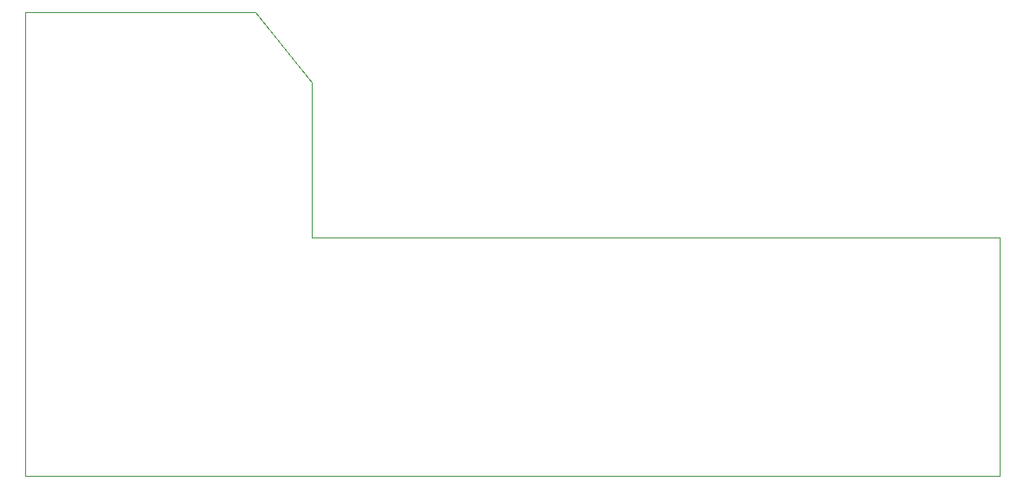
<source format=gbr>
G04 #@! TF.FileFunction,Profile,NP*
%FSLAX46Y46*%
G04 Gerber Fmt 4.6, Leading zero omitted, Abs format (unit mm)*
G04 Created by KiCad (PCBNEW (2015-04-22 BZR 5620)-product) date 02/05/2015 11:23:22*
%MOMM*%
G01*
G04 APERTURE LIST*
%ADD10C,0.100000*%
G04 APERTURE END LIST*
D10*
X185000000Y-62000000D02*
X185000000Y-85300000D01*
X118000000Y-62000000D02*
X185000000Y-62000000D01*
X118000000Y-46900000D02*
X118000000Y-62000000D01*
X112500000Y-40000000D02*
X118000000Y-46900000D01*
X90000000Y-40000000D02*
X112500000Y-40000000D01*
X90000000Y-85300000D02*
X185000000Y-85300000D01*
X90000000Y-40000000D02*
X90000000Y-85300000D01*
M02*

</source>
